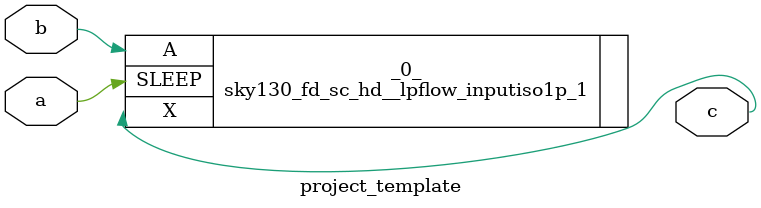
<source format=v>
/* Generated by Yosys 0.9+4274 (git sha1 e6dd4db0, gcc 9.3.0-17ubuntu1~20.04 -fPIC -Os) */

(* top =  1  *)
(* src = "../project_template.v:1.1-5.10" *)
module project_template(a, b, c);
  (* src = "../project_template.v:2.14-2.15" *)
  input a;
  (* src = "../project_template.v:2.16-2.17" *)
  input b;
  (* src = "../project_template.v:3.15-3.16" *)
  output c;
  sky130_fd_sc_hd__lpflow_inputiso1p_1 _0_ (
    .A(b),
    .SLEEP(a),
    .X(c)
  );
endmodule

</source>
